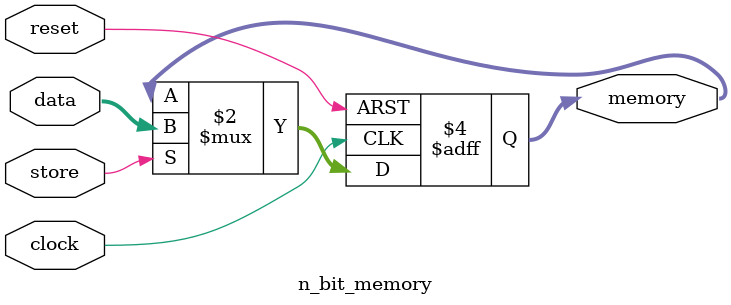
<source format=v>
/*
n_bit_register.v

Authors: Nathaniel and Bayleigh
*/
module n_bit_memory
#(
    parameter BIT_COUNT = 8
)
(
    input      [BIT_COUNT-1:0] data,
    input                      clock, store, reset,
    output reg [BIT_COUNT-1:0] memory
);
    always @(posedge clock or posedge reset) begin
        if (reset)
            memory <= 0;
        else if (store)
            memory <= data;
    end
endmodule
</source>
